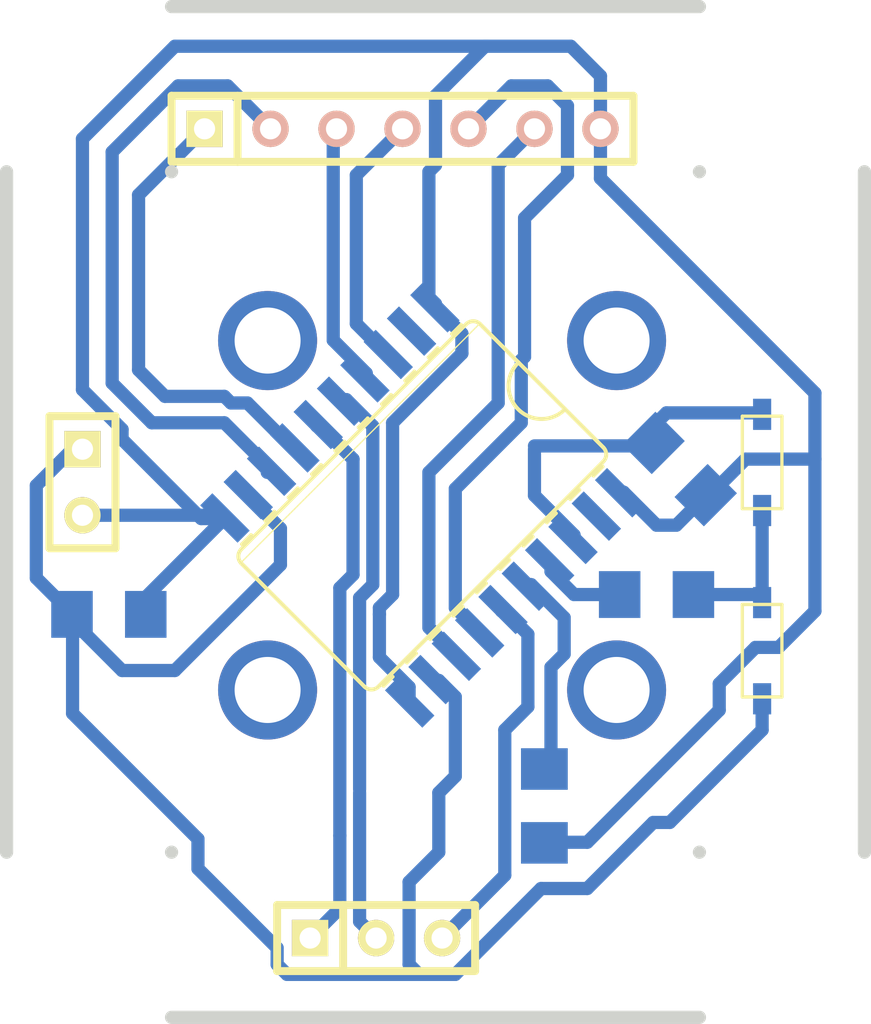
<source format=kicad_pcb>
(kicad_pcb (version 4) (host json2kicad_pcb "2020-10-05 03:44:26")

  (general
    (links 0)
    (no_connects 0)
    (area -9.4996 -24.257 49.53 14.605)
    (thickness 1.6002)
    (drawings 0)
    (tracks 168)
    (zones 0)
    (modules 11)
    (nets 113)
  )

  (page A3)
  (title_block
    (date "30 dec 2015")
  )

  (layers
  (0 B.Cu signal)
  (1 Inner1.Cu signal)
  (2 Inner2.Cu signal)
  (15 F.Cu signal)
  (20 B.SilkS user)
  (21 F.SilkS user)
  (22 B.Paste user)
  (23 F.Paste user)
  (24 Dwgs.User user)
  (25 Cmts.User user)
  (26 Eco1.User user)
  (27 Eco2.User user)
  (28 Edge.Cuts user)
  (31 B.Cu signal)
  (32 B.Adhes user)
  (33 F.Adhes user)
  (34 B.Paste user)
  (35 F.Paste user)
  (36 B.SilkS user)
  (37 F.SilkS user)
  (38 B.Mask user)
  (39 F.Mask user)
  (40 Dwgs.User user)
  (41 Cmts.User user)
  (42 Eco1.User user)
  (43 Eco2.User user)
  (44 Edge.Cuts user)
  )

  (setup
(last_trace_width 0.254)
    (trace_clearance 0.254)
    (zone_clearance 0.508)
    (zone_45_only no)
    (trace_min 0.254)
    (segment_width 0.2)
    (edge_width 0.1)
    (via_size 1.19888)
    (via_drill 0.635)
    (via_min_size 0.889)
    (via_min_drill 0.508)
    (uvia_size 0.508)
    (uvia_drill 0.127)
    (uvias_allowed no)
    (uvia_min_size 0.508)
    (uvia_min_drill 0.127)
    (pcb_text_width 0.3)
    (pcb_text_size 1.5 1.5)
    (mod_edge_width 0.15)
    (mod_text_size 1 1)
    (mod_text_width 0.15)
    (pad_size 1.5 1.5)
    (pad_drill 0.6)
    (pad_to_mask_clearance 0)
    (aux_axis_origin 0 0)
    (visible_elements 7FFFFFFF)
    (pcbplotparams
      (layerselection 0x00030_80000001)
      (usegerberextensions true)
      (excludeedgelayer true)
      (linewidth 0.150000)
      (plotframeref false)
      (viasonmask false)
      (mode 1)
      (useauxorigin false)
      (hpglpennumber 1)
      (hpglpenspeed 20)
      (hpglpendiameter 15)
      (hpglpenoverlay 2)
      (psnegative false)
      (psa4output false)
      (plotreference true)
      (plotvalue true)
      (plotinvisibletext false)
      (padsonsilk false)
      (subtractmaskfromsilk false)
      (outputformat 1)
      (mirror false)
      (drillshape 1)
      (scaleselection 1)
      (outputdirectory ""))
  )

  (net 0 "")
  (net 1 "N-00001")
  (net 2 "N-00002")
  (net 3 "N-00003")
  (net 4 "N-00004")
  (net 5 "N-00005")
  (net 6 "N-00006")
  (net 7 "N-00007")
  (net 8 "N-00008")
  (net 9 "N-00009")
  (net 10 "N-00010")
  (net 11 "N-00011")
  (net 12 "N-00012")
  (net 13 "N-00013")
  (net 14 "N-00014")
  (net 15 "N-00015")
  (net 16 "N-00016")
  (net 17 "N-00017")
  (net 18 "N-00018")
  (net 66 "N-00066")
  (net 50 "N-00050")
  (net 45 "N-00045")
  (net 46 "N-00046")
  (net 44 "N-00044")
  (net 51 "N-00051")
  (net 25 "N-00025")
  (net 26 "N-00026")
  (net 58 "N-00058")
  (net 28 "N-00028")
  (net 29 "N-00029")
  (net 30 "N-00030")
  (net 31 "N-00031")
  (net 32 "N-00032")
  (net 64 "N-00064")
  (net 57 "N-00057")
  (net 69 "N-00069")
  (net 71 "N-00071")
  (net 43 "N-00043")
  (net 65 "N-00065")
  (net 56 "N-00056")
  (net 67 "N-00067")
  (net 68 "N-00068")
  (net 69 "N-00069")
  (net 70 "N-00070")
  (net 71 "N-00071")
  (net 72 "N-00072")
  (net 73 "N-00073")
  (net 74 "N-00074")
  (net 75 "N-00075")
  (net 76 "N-00076")
  (net 77 "N-00077")
  (net 78 "N-00078")
  (net 79 "N-00079")
  (net 80 "N-00080")
  (net 81 "N-00081")
  (net 82 "N-00082")
  (net 83 "N-00083")
  (net 116 "N-00116")
  (net 85 "N-00085")
  (net 127 "N-00127")
  (net 122 "N-00122")
  (net 123 "N-00123")
  (net 89 "N-00089")
  (net 90 "N-00090")
  (net 91 "N-00091")
  (net 92 "N-00092")
  (net 93 "N-00093")
  (net 94 "N-00094")
  (net 95 "N-00095")
  (net 96 "N-00096")
  (net 97 "N-00097")
  (net 117 "N-00117")
  (net 126 "N-00126")
  (net 124 "N-00124")
  (net 125 "N-00125")
  (net 135 "N-00135")
  (net 103 "N-00103")
  (net 104 "N-00104")
  (net 105 "N-00105")
  (net 106 "N-00106")
  (net 121 "N-00121")
  (net 108 "N-00108")
  (net 109 "N-00109")
  (net 120 "N-00120")
  (net 119 "N-00119")
  (net 111 "N-00111")
  (net 169 "N-00169")
  (net 113 "N-00113")
  (net 113 "N-00113")
  (net 119 "N-00119")
  (net 138 "N-00138")
  (net 115 "N-00115")
  (net 157 "N-00157")
  (net 167 "N-00167")
  (net 163 "N-00163")
  (net 139 "N-00139")
  (net 140 "N-00140")
  (net 164 "N-00164")
  (net 158 "N-00158")
  (net 162 "N-00162")
  (net 159 "N-00159")
  (net 145 "N-00145")
  (net 146 "N-00146")
  (net 161 "N-00161")
  (net 148 "N-00148")
  (net 149 "N-00149")
  (net 150 "N-00150")
  (net 168 "N-00168")
  (net 166 "N-00166")
  (net 165 "N-00165")
  (net 156 "N-00156")
  (net 156 "N-00156")
  (net 157 "N-00157")

  (net_class Default "This is the default net class."
    (via_dia 1.19888)
    (via_drill 0.635)
    (uvia_drill 0.127)
    (trace_width 0.254)
    (uvia_dia 0.508)
    (clearance 0.254)
    (add_net "")
    (add_net "N-00001")
    (add_net "N-00002")
    (add_net "N-00003")
    (add_net "N-00004")
    (add_net "N-00005")
    (add_net "N-00006")
    (add_net "N-00007")
    (add_net "N-00008")
    (add_net "N-00009")
    (add_net "N-00010")
    (add_net "N-00011")
    (add_net "N-00012")
    (add_net "N-00013")
    (add_net "N-00014")
    (add_net "N-00015")
    (add_net "N-00016")
    (add_net "N-00017")
    (add_net "N-00018")
    (add_net "N-00135")
    (add_net "N-00165")
    (add_net "N-00025")
    (add_net "N-00026")
    (add_net "N-00138")
    (add_net "N-00028")
    (add_net "N-00029")
    (add_net "N-00030")
    (add_net "N-00031")
    (add_net "N-00032")
    (add_net "N-00025")
    (add_net "N-00026")
    (add_net "N-00167")
    (add_net "N-00043")
    (add_net "N-00044")
    (add_net "N-00045")
    (add_net "N-00046")
    (add_net "N-00161")
    (add_net "")
    (add_net "N-00050")
    (add_net "N-00051")
    (add_net "N-00004")
    (add_net "N-00056")
    (add_net "N-00008")
    (add_net "N-00058")
    (add_net "N-00163")
    (add_net "N-00064")
    (add_net "N-00065")
    (add_net "N-00066")
    (add_net "N-00067")
    (add_net "N-00068")
    (add_net "N-00069")
    (add_net "N-00070")
    (add_net "N-00071")
    (add_net "N-00072")
    (add_net "N-00073")
    (add_net "N-00074")
    (add_net "N-00075")
    (add_net "N-00076")
    (add_net "N-00077")
    (add_net "N-00078")
    (add_net "N-00079")
    (add_net "N-00080")
    (add_net "N-00081")
    (add_net "N-00082")
    (add_net "N-00083")
    (add_net "N-00124")
    (add_net "N-00085")
    (add_net "N-00126")
    (add_net "N-00127")
    (add_net "N-00089")
    (add_net "N-00090")
    (add_net "N-00091")
    (add_net "N-00092")
    (add_net "N-00093")
    (add_net "N-00094")
    (add_net "N-00095")
    (add_net "N-00096")
    (add_net "N-00097")
    (add_net "N-00058")
    (add_net "N-00103")
    (add_net "N-00104")
    (add_net "N-00105")
    (add_net "N-00057")
    (add_net "N-00056")
    (add_net "N-00051")
    (add_net "N-00050")
    (add_net "N-00111")
    (add_net "N-00113")
    (add_net "N-00115")
    (add_net "N-00116")
    (add_net "N-00117")
    (add_net "N-00119")
    (add_net "N-00120")
    (add_net "N-00121")
    (add_net "N-00122")
    (add_net "N-00123")
    (add_net "N-00124")
    (add_net "N-00125")
    (add_net "N-00126")
    (add_net "N-00127")
    (add_net "N-00164")
    (add_net "N-00135")
    (add_net "N-00108")
    (add_net "N-00138")
    (add_net "N-00139")
    (add_net "N-00140")
    (add_net "N-00109")
    (add_net "N-00115")
    (add_net "N-00145")
    (add_net "N-00117")
    (add_net "N-00116")
    (add_net "N-00111")
    (add_net "N-00149")
    (add_net "N-00113")
    (add_net "N-00082")
    (add_net "N-00083")
    (add_net "N-00080")
    (add_net "N-00081")
    (add_net "N-00119")
    (add_net "N-00157")
    (add_net "N-00158")
    (add_net "N-00085")
    (add_net "N-00161")
    (add_net "N-00162")
    (add_net "N-00163")
    (add_net "N-00164")
    (add_net "N-00165")
    (add_net "N-00166")
    (add_net "N-00167")
    (add_net "N-00168")
    (add_net "N-00169")
    (add_net "N-00003")
    (add_net "N-00007")
    (add_net "N-00166")
    (add_net "N-00108")
    (add_net "N-00109")
    (add_net "N-00103")
    (add_net "N-00106")
    (add_net "N-00104")
    (add_net "N-00105")
    (add_net "N-00139")
    (add_net "N-00032")
    (add_net "N-00031")
    (add_net "N-00030")
    (add_net "N-00028")
    (add_net "N-00029")
    (add_net "N-00064")
    (add_net "N-00065")
    (add_net "N-00066")
    (add_net "N-00067")
    (add_net "N-00068")
    (add_net "N-00069")
    (add_net "N-00002")
    (add_net "N-00162")
    (add_net "N-00006")
    (add_net "N-00106")
    (add_net "N-00168")
    (add_net "N-00169")
    (add_net "N-00057")
    (add_net "N-00091")
    (add_net "N-00090")
    (add_net "N-00093")
    (add_net "N-00092")
    (add_net "N-00095")
    (add_net "N-00094")
    (add_net "N-00097")
    (add_net "N-00096")
    (add_net "N-00011")
    (add_net "N-00010")
    (add_net "N-00013")
    (add_net "N-00012")
    (add_net "N-00015")
    (add_net "N-00014")
    (add_net "N-00017")
    (add_net "N-00016")
    (add_net "N-00018")
    (add_net "N-00146")
    (add_net "N-00089")
    (add_net "N-00148")
    (add_net "N-00150")
    (add_net "N-00150")
    (add_net "N-00157")
    (add_net "N-00156")
    (add_net "N-00159")
    (add_net "N-00158")
    (add_net "N-00046")
    (add_net "N-00156")
    (add_net "N-00044")
    (add_net "N-00045")
    (add_net "N-00043")
    (add_net "N-00001")
    (add_net "N-00005")
    (add_net "N-00009")
    (add_net "N-00159")
    (add_net "N-00146")
    (add_net "N-00145")
    (add_net "N-00140")
    (add_net "N-00148")
    (add_net "N-00149")
    (add_net "N-00077")
    (add_net "N-00076")
    (add_net "N-00075")
    (add_net "N-00074")
    (add_net "N-00073")
    (add_net "N-00072")
    (add_net "N-00071")
    (add_net "N-00070")
    (add_net "N-00079")
    (add_net "N-00078")
    (add_net "N-00120")
    (add_net "N-00121")
    (add_net "N-00122")
    (add_net "N-00123")
    (add_net "N-00125")
  )
  (module "SO20W"
    (layer "F.Cu")
    (tedit 0)
    (tstamp 0)
    (at 32.512 -5.08 -135.00)
    (fp_text reference "U0"
      (at -0.254 0.0 0.00)
      (layer Eco1.User)
      (effects (font (size 1.27 0.0)
        (thickness 0.0)))
    )
    (fp_text value "l6234"
      (at 2.413 0.0 0.00)
      (layer Eco1.User)
      (effects (font (size 1.27 0.0)
        (thickness 0.0)))
    )
    (fp_line (start 6.1214 -3.7338) (end -6.1214 -3.7338) (layer F.SilkS) (width 0.1524))
    (fp_arc (start 6.1214 3.3528) (end 6.1214 3.7338) (angle -90.00) (layer F.SilkS) (width 0.1524))
    (fp_arc (start -6.1214 -3.3528) (end -6.5024 -3.3528) (angle 90.00) (layer F.SilkS) (width 0.1524))
    (fp_arc (start 6.1214 -3.3528) (end 6.1214 -3.7338) (angle 90.00) (layer F.SilkS) (width 0.1524))
    (fp_arc (start -6.1214 3.3528) (end -6.5024 3.3528) (angle -90.00) (layer F.SilkS) (width 0.1524))
    (fp_line (start -6.1214 3.7338) (end 6.1214 3.7338) (layer F.SilkS) (width 0.1524))
    (fp_line (start 6.5024 3.3528) (end 6.5024 -3.3528) (layer F.SilkS) (width 0.1524))
    (fp_line (start -6.5024 -3.3528) (end -6.5024 -1.27) (layer F.SilkS) (width 0.1524))
    (fp_line (start -6.5024 -1.27) (end -6.5024 1.27) (layer F.SilkS) (width 0.1524))
    (fp_line (start -6.5024 1.27) (end -6.5024 3.3528) (layer F.SilkS) (width 0.1524))
    (fp_line (start -6.477 3.3782) (end 6.477 3.3782) (layer F.SilkS) (width 0.0508))
    (fp_arc (start -6.5024 0.0) (end -6.5024 -1.27) (angle 180.00) (layer F.SilkS) (width 0.1524))
    (fp_line (start -5.969 3.8608) (end -5.461 3.8608) (layer F.SilkS) (width 0.127))
    (fp_line (start -5.461 3.8608) (end -5.461 3.7338) (layer F.SilkS) (width 0.127))
    (fp_line (start -5.461 3.7338) (end -5.969 3.7338) (layer F.SilkS) (width 0.127))
    (fp_line (start -5.969 3.7338) (end -5.969 3.8608) (layer F.SilkS) (width 0.127))
    (fp_line (start -5.969 5.334) (end -5.461 5.334) (layer Cmts.User) (width 0.127))
    (fp_line (start -5.461 5.334) (end -5.461 3.8608) (layer Cmts.User) (width 0.127))
    (fp_line (start -5.461 3.8608) (end -5.969 3.8608) (layer Cmts.User) (width 0.127))
    (fp_line (start -5.969 3.8608) (end -5.969 5.334) (layer Cmts.User) (width 0.127))
    (fp_line (start -4.699 3.8608) (end -4.191 3.8608) (layer F.SilkS) (width 0.127))
    (fp_line (start -4.191 3.8608) (end -4.191 3.7338) (layer F.SilkS) (width 0.127))
    (fp_line (start -4.191 3.7338) (end -4.699 3.7338) (layer F.SilkS) (width 0.127))
    (fp_line (start -4.699 3.7338) (end -4.699 3.8608) (layer F.SilkS) (width 0.127))
    (fp_line (start -4.699 5.334) (end -4.191 5.334) (layer Cmts.User) (width 0.127))
    (fp_line (start -4.191 5.334) (end -4.191 3.8608) (layer Cmts.User) (width 0.127))
    (fp_line (start -4.191 3.8608) (end -4.699 3.8608) (layer Cmts.User) (width 0.127))
    (fp_line (start -4.699 3.8608) (end -4.699 5.334) (layer Cmts.User) (width 0.127))
    (fp_line (start -3.429 3.8608) (end -2.921 3.8608) (layer F.SilkS) (width 0.127))
    (fp_line (start -2.921 3.8608) (end -2.921 3.7338) (layer F.SilkS) (width 0.127))
    (fp_line (start -2.921 3.7338) (end -3.429 3.7338) (layer F.SilkS) (width 0.127))
    (fp_line (start -3.429 3.7338) (end -3.429 3.8608) (layer F.SilkS) (width 0.127))
    (fp_line (start -3.429 5.334) (end -2.921 5.334) (layer Cmts.User) (width 0.127))
    (fp_line (start -2.921 5.334) (end -2.921 3.8608) (layer Cmts.User) (width 0.127))
    (fp_line (start -2.921 3.8608) (end -3.429 3.8608) (layer Cmts.User) (width 0.127))
    (fp_line (start -3.429 3.8608) (end -3.429 5.334) (layer Cmts.User) (width 0.127))
    (fp_line (start -2.159 3.8608) (end -1.651 3.8608) (layer F.SilkS) (width 0.127))
    (fp_line (start -1.651 3.8608) (end -1.651 3.7338) (layer F.SilkS) (width 0.127))
    (fp_line (start -1.651 3.7338) (end -2.159 3.7338) (layer F.SilkS) (width 0.127))
    (fp_line (start -2.159 3.7338) (end -2.159 3.8608) (layer F.SilkS) (width 0.127))
    (fp_line (start -2.159 5.334) (end -1.651 5.334) (layer Cmts.User) (width 0.127))
    (fp_line (start -1.651 5.334) (end -1.651 3.8608) (layer Cmts.User) (width 0.127))
    (fp_line (start -1.651 3.8608) (end -2.159 3.8608) (layer Cmts.User) (width 0.127))
    (fp_line (start -2.159 3.8608) (end -2.159 5.334) (layer Cmts.User) (width 0.127))
    (fp_line (start -0.889 5.334) (end -0.381 5.334) (layer Cmts.User) (width 0.127))
    (fp_line (start -0.381 5.334) (end -0.381 3.8608) (layer Cmts.User) (width 0.127))
    (fp_line (start -0.381 3.8608) (end -0.889 3.8608) (layer Cmts.User) (width 0.127))
    (fp_line (start -0.889 3.8608) (end -0.889 5.334) (layer Cmts.User) (width 0.127))
    (fp_line (start -0.889 3.8608) (end -0.381 3.8608) (layer F.SilkS) (width 0.127))
    (fp_line (start -0.381 3.8608) (end -0.381 3.7338) (layer F.SilkS) (width 0.127))
    (fp_line (start -0.381 3.7338) (end -0.889 3.7338) (layer F.SilkS) (width 0.127))
    (fp_line (start -0.889 3.7338) (end -0.889 3.8608) (layer F.SilkS) (width 0.127))
    (fp_line (start 0.381 3.8608) (end 0.889 3.8608) (layer F.SilkS) (width 0.127))
    (fp_line (start 0.889 3.8608) (end 0.889 3.7338) (layer F.SilkS) (width 0.127))
    (fp_line (start 0.889 3.7338) (end 0.381 3.7338) (layer F.SilkS) (width 0.127))
    (fp_line (start 0.381 3.7338) (end 0.381 3.8608) (layer F.SilkS) (width 0.127))
    (fp_line (start 0.381 5.334) (end 0.889 5.334) (layer Cmts.User) (width 0.127))
    (fp_line (start 0.889 5.334) (end 0.889 3.8608) (layer Cmts.User) (width 0.127))
    (fp_line (start 0.889 3.8608) (end 0.381 3.8608) (layer Cmts.User) (width 0.127))
    (fp_line (start 0.381 3.8608) (end 0.381 5.334) (layer Cmts.User) (width 0.127))
    (fp_line (start 1.651 3.8608) (end 2.159 3.8608) (layer F.SilkS) (width 0.127))
    (fp_line (start 2.159 3.8608) (end 2.159 3.7338) (layer F.SilkS) (width 0.127))
    (fp_line (start 2.159 3.7338) (end 1.651 3.7338) (layer F.SilkS) (width 0.127))
    (fp_line (start 1.651 3.7338) (end 1.651 3.8608) (layer F.SilkS) (width 0.127))
    (fp_line (start 1.651 5.334) (end 2.159 5.334) (layer Cmts.User) (width 0.127))
    (fp_line (start 2.159 5.334) (end 2.159 3.8608) (layer Cmts.User) (width 0.127))
    (fp_line (start 2.159 3.8608) (end 1.651 3.8608) (layer Cmts.User) (width 0.127))
    (fp_line (start 1.651 3.8608) (end 1.651 5.334) (layer Cmts.User) (width 0.127))
    (fp_line (start 2.921 3.8608) (end 3.429 3.8608) (layer F.SilkS) (width 0.127))
    (fp_line (start 3.429 3.8608) (end 3.429 3.7338) (layer F.SilkS) (width 0.127))
    (fp_line (start 3.429 3.7338) (end 2.921 3.7338) (layer F.SilkS) (width 0.127))
    (fp_line (start 2.921 3.7338) (end 2.921 3.8608) (layer F.SilkS) (width 0.127))
    (fp_line (start 2.921 5.334) (end 3.429 5.334) (layer Cmts.User) (width 0.127))
    (fp_line (start 3.429 5.334) (end 3.429 3.8608) (layer Cmts.User) (width 0.127))
    (fp_line (start 3.429 3.8608) (end 2.921 3.8608) (layer Cmts.User) (width 0.127))
    (fp_line (start 2.921 3.8608) (end 2.921 5.334) (layer Cmts.User) (width 0.127))
    (fp_line (start -5.969 -3.8608) (end -5.461 -3.8608) (layer Cmts.User) (width 0.127))
    (fp_line (start -5.461 -3.8608) (end -5.461 -5.334) (layer Cmts.User) (width 0.127))
    (fp_line (start -5.461 -5.334) (end -5.969 -5.334) (layer Cmts.User) (width 0.127))
    (fp_line (start -5.969 -5.334) (end -5.969 -3.8608) (layer Cmts.User) (width 0.127))
    (fp_line (start -5.969 -3.7338) (end -5.461 -3.7338) (layer F.SilkS) (width 0.127))
    (fp_line (start -5.461 -3.7338) (end -5.461 -3.8608) (layer F.SilkS) (width 0.127))
    (fp_line (start -5.461 -3.8608) (end -5.969 -3.8608) (layer F.SilkS) (width 0.127))
    (fp_line (start -5.969 -3.8608) (end -5.969 -3.7338) (layer F.SilkS) (width 0.127))
    (fp_line (start -4.699 -3.7338) (end -4.191 -3.7338) (layer F.SilkS) (width 0.127))
    (fp_line (start -4.191 -3.7338) (end -4.191 -3.8608) (layer F.SilkS) (width 0.127))
    (fp_line (start -4.191 -3.8608) (end -4.699 -3.8608) (layer F.SilkS) (width 0.127))
    (fp_line (start -4.699 -3.8608) (end -4.699 -3.7338) (layer F.SilkS) (width 0.127))
    (fp_line (start -4.699 -3.8608) (end -4.191 -3.8608) (layer Cmts.User) (width 0.127))
    (fp_line (start -4.191 -3.8608) (end -4.191 -5.334) (layer Cmts.User) (width 0.127))
    (fp_line (start -4.191 -5.334) (end -4.699 -5.334) (layer Cmts.User) (width 0.127))
    (fp_line (start -4.699 -5.334) (end -4.699 -3.8608) (layer Cmts.User) (width 0.127))
    (fp_line (start -3.429 -3.7338) (end -2.921 -3.7338) (layer F.SilkS) (width 0.127))
    (fp_line (start -2.921 -3.7338) (end -2.921 -3.8608) (layer F.SilkS) (width 0.127))
    (fp_line (start -2.921 -3.8608) (end -3.429 -3.8608) (layer F.SilkS) (width 0.127))
    (fp_line (start -3.429 -3.8608) (end -3.429 -3.7338) (layer F.SilkS) (width 0.127))
    (fp_line (start -3.429 -3.8608) (end -2.921 -3.8608) (layer Cmts.User) (width 0.127))
    (fp_line (start -2.921 -3.8608) (end -2.921 -5.334) (layer Cmts.User) (width 0.127))
    (fp_line (start -2.921 -5.334) (end -3.429 -5.334) (layer Cmts.User) (width 0.127))
    (fp_line (start -3.429 -5.334) (end -3.429 -3.8608) (layer Cmts.User) (width 0.127))
    (fp_line (start -2.159 -3.7338) (end -1.651 -3.7338) (layer F.SilkS) (width 0.127))
    (fp_line (start -1.651 -3.7338) (end -1.651 -3.8608) (layer F.SilkS) (width 0.127))
    (fp_line (start -1.651 -3.8608) (end -2.159 -3.8608) (layer F.SilkS) (width 0.127))
    (fp_line (start -2.159 -3.8608) (end -2.159 -3.7338) (layer F.SilkS) (width 0.127))
    (fp_line (start -2.159 -3.8608) (end -1.651 -3.8608) (layer Cmts.User) (width 0.127))
    (fp_line (start -1.651 -3.8608) (end -1.651 -5.334) (layer Cmts.User) (width 0.127))
    (fp_line (start -1.651 -5.334) (end -2.159 -5.334) (layer Cmts.User) (width 0.127))
    (fp_line (start -2.159 -5.334) (end -2.159 -3.8608) (layer Cmts.User) (width 0.127))
    (fp_line (start -0.889 -3.7338) (end -0.381 -3.7338) (layer F.SilkS) (width 0.127))
    (fp_line (start -0.381 -3.7338) (end -0.381 -3.8608) (layer F.SilkS) (width 0.127))
    (fp_line (start -0.381 -3.8608) (end -0.889 -3.8608) (layer F.SilkS) (width 0.127))
    (fp_line (start -0.889 -3.8608) (end -0.889 -3.7338) (layer F.SilkS) (width 0.127))
    (fp_line (start -0.889 -3.8608) (end -0.381 -3.8608) (layer Cmts.User) (width 0.127))
    (fp_line (start -0.381 -3.8608) (end -0.381 -5.334) (layer Cmts.User) (width 0.127))
    (fp_line (start -0.381 -5.334) (end -0.889 -5.334) (layer Cmts.User) (width 0.127))
    (fp_line (start -0.889 -5.334) (end -0.889 -3.8608) (layer Cmts.User) (width 0.127))
    (fp_line (start 0.381 -3.7338) (end 0.889 -3.7338) (layer F.SilkS) (width 0.127))
    (fp_line (start 0.889 -3.7338) (end 0.889 -3.8608) (layer F.SilkS) (width 0.127))
    (fp_line (start 0.889 -3.8608) (end 0.381 -3.8608) (layer F.SilkS) (width 0.127))
    (fp_line (start 0.381 -3.8608) (end 0.381 -3.7338) (layer F.SilkS) (width 0.127))
    (fp_line (start 0.381 -3.8608) (end 0.889 -3.8608) (layer Cmts.User) (width 0.127))
    (fp_line (start 0.889 -3.8608) (end 0.889 -5.334) (layer Cmts.User) (width 0.127))
    (fp_line (start 0.889 -5.334) (end 0.381 -5.334) (layer Cmts.User) (width 0.127))
    (fp_line (start 0.381 -5.334) (end 0.381 -3.8608) (layer Cmts.User) (width 0.127))
    (fp_line (start 1.651 -3.7338) (end 2.159 -3.7338) (layer F.SilkS) (width 0.127))
    (fp_line (start 2.159 -3.7338) (end 2.159 -3.8608) (layer F.SilkS) (width 0.127))
    (fp_line (start 2.159 -3.8608) (end 1.651 -3.8608) (layer F.SilkS) (width 0.127))
    (fp_line (start 1.651 -3.8608) (end 1.651 -3.7338) (layer F.SilkS) (width 0.127))
    (fp_line (start 1.651 -3.8608) (end 2.159 -3.8608) (layer Cmts.User) (width 0.127))
    (fp_line (start 2.159 -3.8608) (end 2.159 -5.334) (layer Cmts.User) (width 0.127))
    (fp_line (start 2.159 -5.334) (end 1.651 -5.334) (layer Cmts.User) (width 0.127))
    (fp_line (start 1.651 -5.334) (end 1.651 -3.8608) (layer Cmts.User) (width 0.127))
    (fp_line (start 2.921 -3.7338) (end 3.429 -3.7338) (layer F.SilkS) (width 0.127))
    (fp_line (start 3.429 -3.7338) (end 3.429 -3.8608) (layer F.SilkS) (width 0.127))
    (fp_line (start 3.429 -3.8608) (end 2.921 -3.8608) (layer F.SilkS) (width 0.127))
    (fp_line (start 2.921 -3.8608) (end 2.921 -3.7338) (layer F.SilkS) (width 0.127))
    (fp_line (start 2.921 -3.8608) (end 3.429 -3.8608) (layer Cmts.User) (width 0.127))
    (fp_line (start 3.429 -3.8608) (end 3.429 -5.334) (layer Cmts.User) (width 0.127))
    (fp_line (start 3.429 -5.334) (end 2.921 -5.334) (layer Cmts.User) (width 0.127))
    (fp_line (start 2.921 -5.334) (end 2.921 -3.8608) (layer Cmts.User) (width 0.127))
    (fp_line (start 4.191 -3.7338) (end 4.699 -3.7338) (layer F.SilkS) (width 0.127))
    (fp_line (start 4.699 -3.7338) (end 4.699 -3.8608) (layer F.SilkS) (width 0.127))
    (fp_line (start 4.699 -3.8608) (end 4.191 -3.8608) (layer F.SilkS) (width 0.127))
    (fp_line (start 4.191 -3.8608) (end 4.191 -3.7338) (layer F.SilkS) (width 0.127))
    (fp_line (start 5.461 -3.7338) (end 5.969 -3.7338) (layer F.SilkS) (width 0.127))
    (fp_line (start 5.969 -3.7338) (end 5.969 -3.8608) (layer F.SilkS) (width 0.127))
    (fp_line (start 5.969 -3.8608) (end 5.461 -3.8608) (layer F.SilkS) (width 0.127))
    (fp_line (start 5.461 -3.8608) (end 5.461 -3.7338) (layer F.SilkS) (width 0.127))
    (fp_line (start 4.191 -3.8608) (end 4.699 -3.8608) (layer Cmts.User) (width 0.127))
    (fp_line (start 4.699 -3.8608) (end 4.699 -5.334) (layer Cmts.User) (width 0.127))
    (fp_line (start 4.699 -5.334) (end 4.191 -5.334) (layer Cmts.User) (width 0.127))
    (fp_line (start 4.191 -5.334) (end 4.191 -3.8608) (layer Cmts.User) (width 0.127))
    (fp_line (start 5.461 -3.8608) (end 5.969 -3.8608) (layer Cmts.User) (width 0.127))
    (fp_line (start 5.969 -3.8608) (end 5.969 -5.334) (layer Cmts.User) (width 0.127))
    (fp_line (start 5.969 -5.334) (end 5.461 -5.334) (layer Cmts.User) (width 0.127))
    (fp_line (start 5.461 -5.334) (end 5.461 -3.8608) (layer Cmts.User) (width 0.127))
    (fp_line (start 4.191 3.8608) (end 4.699 3.8608) (layer F.SilkS) (width 0.127))
    (fp_line (start 4.699 3.8608) (end 4.699 3.7338) (layer F.SilkS) (width 0.127))
    (fp_line (start 4.699 3.7338) (end 4.191 3.7338) (layer F.SilkS) (width 0.127))
    (fp_line (start 4.191 3.7338) (end 4.191 3.8608) (layer F.SilkS) (width 0.127))
    (fp_line (start 5.461 3.8608) (end 5.969 3.8608) (layer F.SilkS) (width 0.127))
    (fp_line (start 5.969 3.8608) (end 5.969 3.7338) (layer F.SilkS) (width 0.127))
    (fp_line (start 5.969 3.7338) (end 5.461 3.7338) (layer F.SilkS) (width 0.127))
    (fp_line (start 5.461 3.7338) (end 5.461 3.8608) (layer F.SilkS) (width 0.127))
    (fp_line (start 4.191 5.334) (end 4.699 5.334) (layer Cmts.User) (width 0.127))
    (fp_line (start 4.699 5.334) (end 4.699 3.8608) (layer Cmts.User) (width 0.127))
    (fp_line (start 4.699 3.8608) (end 4.191 3.8608) (layer Cmts.User) (width 0.127))
    (fp_line (start 4.191 3.8608) (end 4.191 5.334) (layer Cmts.User) (width 0.127))
    (fp_line (start 5.461 5.334) (end 5.969 5.334) (layer Cmts.User) (width 0.127))
    (fp_line (start 5.969 5.334) (end 5.969 3.8608) (layer Cmts.User) (width 0.127))
    (fp_line (start 5.969 3.8608) (end 5.461 3.8608) (layer Cmts.User) (width 0.127))
    (fp_line (start 5.461 3.8608) (end 5.461 5.334) (layer Cmts.User) (width 0.127))
    (pad 1 smd rect (at -5.715 5.0292 -135.00) (size 0.6604 2.032) (drill 0.0) (layers "F.Cu" "F.Paste") (net 69 N-00069))
    (pad 2 smd rect (at -4.445 5.0292 -135.00) (size 0.6604 2.032) (drill 0.0) (layers "F.Cu" "F.Paste") (net 70 N-00070))
    (pad 3 smd rect (at -3.175 5.0292 -135.00) (size 0.6604 2.032) (drill 0.0) (layers "F.Cu" "F.Paste") (net 71 N-00071))
    (pad 4 smd rect (at -1.905 5.0292 -135.00) (size 0.6604 2.032) (drill 0.0) (layers "F.Cu" "F.Paste") (net 72 N-00072))
    (pad 5 smd rect (at -0.635 5.0292 -135.00) (size 0.6604 2.032) (drill 0.0) (layers "F.Cu" "F.Paste") (net 73 N-00073))
    (pad 6 smd rect (at 0.635 5.0292 -135.00) (size 0.6604 2.032) (drill 0.0) (layers "F.Cu" "F.Paste") (net 74 N-00074))
    (pad 7 smd rect (at 1.905 5.0292 -135.00) (size 0.6604 2.032) (drill 0.0) (layers "F.Cu" "F.Paste") (net 75 N-00075))
    (pad 8 smd rect (at 3.175 5.0292 -135.00) (size 0.6604 2.032) (drill 0.0) (layers "F.Cu" "F.Paste") (net 76 N-00076))
    (pad 13 smd rect (at 3.175 -5.0292 -135.00) (size 0.6604 2.032) (drill 0.0) (layers "F.Cu" "F.Paste") (net 77 N-00077))
    (pad 14 smd rect (at 1.905 -5.0292 -135.00) (size 0.6604 2.032) (drill 0.0) (layers "F.Cu" "F.Paste") (net 78 N-00078))
    (pad 15 smd rect (at 0.635 -5.0292 -135.00) (size 0.6604 2.032) (drill 0.0) (layers "F.Cu" "F.Paste") (net 79 N-00079))
    (pad 16 smd rect (at -0.635 -5.0292 -135.00) (size 0.6604 2.032) (drill 0.0) (layers "F.Cu" "F.Paste") (net 80 N-00080))
    (pad 17 smd rect (at -1.905 -5.0292 -135.00) (size 0.6604 2.032) (drill 0.0) (layers "F.Cu" "F.Paste") (net 81 N-00081))
    (pad 18 smd rect (at -3.175 -5.0292 -135.00) (size 0.6604 2.032) (drill 0.0) (layers "F.Cu" "F.Paste") (net 82 N-00082))
    (pad 19 smd rect (at -4.445 -5.0292 -135.00) (size 0.6604 2.032) (drill 0.0) (layers "F.Cu" "F.Paste") (net 83 N-00083))
    (pad 20 smd rect (at -5.715 -5.0292 -135.00) (size 0.6604 2.032) (drill 0.0) (layers "F.Cu" "F.Paste") (net 85 N-00085))
    (pad 9 smd rect (at 4.445 5.0292 -135.00) (size 0.6604 2.032) (drill 0.0) (layers "F.Cu" "F.Paste") (net 85 N-00085))
    (pad 10 smd rect (at 5.715 5.0292 -135.00) (size 0.6604 2.032) (drill 0.0) (layers "F.Cu" "F.Paste") (net 163 N-00163))
    (pad 12 smd rect (at 4.445 -5.0292 -135.00) (size 0.6604 2.032) (drill 0.0) (layers "F.Cu" "F.Paste") (net 74 N-00074))
    (pad 11 smd rect (at 5.715 -5.0292 -135.00) (size 0.6604 2.032) (drill 0.0) (layers "F.Cu" "F.Paste") (net 69 N-00069))
  )

  (module "SIL-7"
    (layer "F.Cu")
    (tedit 0)
    (tstamp 0)
    (at 31.75 -19.558 0.00)
    (fp_text reference "in_en_g"
      (at -2.54 0.0 0.00)
      (layer F.SilkS)
      (effects (font (size 1.08712 0.0)
        (thickness 0.0)))
    )
    (fp_text value "Val**"
      (at -2.54 0.0 0.00)
      (layer F.SilkS)
      (effects (font (size 1.016 0.0)
        (thickness 0.0)))
    )
    (fp_line (start -8.89 -1.27) (end -8.89 -1.27) (layer F.SilkS) (width 0.3048))
    (fp_line (start -8.89 -1.27) (end 8.89 -1.27) (layer F.SilkS) (width 0.3048))
    (fp_line (start 8.89 -1.27) (end 8.89 1.27) (layer F.SilkS) (width 0.3048))
    (fp_line (start 8.89 1.27) (end -8.89 1.27) (layer F.SilkS) (width 0.3048))
    (fp_line (start -8.89 1.27) (end -8.89 -1.27) (layer F.SilkS) (width 0.3048))
    (fp_line (start -6.35 1.27) (end -6.35 1.27) (layer F.SilkS) (width 0.3048))
    (fp_line (start -6.35 1.27) (end -6.35 -1.27) (layer F.SilkS) (width 0.3048))
    (pad 1 thru_hole rect (at -7.62 0.0 0.00) (size 1.397 1.397) (drill 0.8128) (layers "B.Cu" "Inner1.Cu" "Inner2.Cu" "F.Cu" "F.SilkS" "B.Paste" "F.Paste") (net 157 N-00157))
    (pad 2 thru_hole circle (at -5.08 0.0 0.00) (size 1.397 1.397) (drill 0.8128) (layers "B.Cu" "Inner1.Cu" "Inner2.Cu" "F.Cu" "B.SilkS" "F.SilkS" "B.Paste" "F.Paste") (net 76 N-00076))
    (pad 3 thru_hole circle (at -2.54 0.0 0.00) (size 1.397 1.397) (drill 0.8128) (layers "B.Cu" "Inner1.Cu" "Inner2.Cu" "F.Cu" "B.SilkS" "F.SilkS" "B.Paste" "F.Paste") (net 75 N-00075))
    (pad 4 thru_hole circle (at 0.0 0.0 0.00) (size 1.397 1.397) (drill 0.8128) (layers "B.Cu" "Inner1.Cu" "Inner2.Cu" "F.Cu" "B.SilkS" "F.SilkS" "B.Paste" "F.Paste") (net 71 N-00071))
    (pad 5 thru_hole circle (at 2.54 0.0 0.00) (size 1.397 1.397) (drill 0.8128) (layers "B.Cu" "Inner1.Cu" "Inner2.Cu" "F.Cu" "B.SilkS" "F.SilkS" "B.Paste" "F.Paste") (net 168 N-00168))
    (pad 6 thru_hole circle (at 5.08 0.0 0.00) (size 1.397 1.397) (drill 0.8128) (layers "B.Cu" "Inner1.Cu" "Inner2.Cu" "F.Cu" "B.SilkS" "F.SilkS" "B.Paste" "F.Paste") (net 77 N-00077))
    (pad 7 thru_hole circle (at 7.62 0.0 0.00) (size 1.397 1.397) (drill 0.8128) (layers "B.Cu" "Inner1.Cu" "Inner2.Cu" "F.Cu" "B.SilkS" "F.SilkS" "B.Paste" "F.Paste") (net 69 N-00069))
  )

  (segment (start 45.339 0.381) (end 46.228 0.381) (width 0.508) (layer F.Cu) (net 69))
  (module "SOD-123"
    (layer "F.Cu")
    (tedit 0)
    (tstamp 0)
    (at 45.593 -6.731 -90.00)
    (fp_text reference "D1"
      (at -0.79502 0.0 0.00)
      (layer Eco1.User)
      (effects (font (size 0.4064 0.0)
        (thickness 0.0)))
    )
    (fp_text value "1n4148"
      (at 1.4859 0.0 0.00)
      (layer Eco1.User)
      (effects (font (size 0.4064 0.0)
        (thickness 0.0)))
    )
    (fp_line (start -0.99822 -0.6985) (end 0.99822 -0.6985) (layer Cmts.User) (width 0.1524))
    (fp_line (start 0.99822 -0.6985) (end 0.99822 0.6985) (layer Cmts.User) (width 0.1524))
    (fp_line (start 0.99822 0.6985) (end -0.99822 0.6985) (layer Cmts.User) (width 0.1524))
    (fp_line (start -0.99822 0.6985) (end -0.99822 -0.6985) (layer Cmts.User) (width 0.1524))
    (fp_line (start -0.49784 0.0) (end 0.09906 -0.39878) (layer Cmts.User) (width 0.1524))
    (fp_line (start 0.09906 -0.39878) (end 0.09906 0.39878) (layer Cmts.User) (width 0.1524))
    (fp_line (start 0.09906 0.39878) (end -0.49784 0.0) (layer Cmts.User) (width 0.1524))
    (fp_line (start -1.778 -0.762) (end 1.778 -0.762) (layer F.SilkS) (width 0.127))
    (fp_line (start 1.778 -0.762) (end 1.778 0.762) (layer F.SilkS) (width 0.127))
    (fp_line (start 1.778 0.762) (end -1.778 0.762) (layer F.SilkS) (width 0.127))
    (fp_line (start -1.778 0.762) (end -1.778 -0.762) (layer F.SilkS) (width 0.127))
    (fp_line (start -0.6985 0.6985) (end -0.49784 0.6985) (layer Cmts.User) (width 0.127))
    (fp_line (start -0.49784 0.6985) (end -0.49784 -0.6985) (layer Cmts.User) (width 0.127))
    (fp_line (start -0.49784 -0.6985) (end -0.6985 -0.6985) (layer Cmts.User) (width 0.127))
    (fp_line (start -0.6985 -0.6985) (end -0.6985 0.6985) (layer Cmts.User) (width 0.127))
    (pad C smd rect (at -1.84912 0.0 -90.00) (size 1.19888 0.6985) (drill 0.0) (layers "F.Cu" "F.Paste") (net 166 N-00166))
    (pad A smd rect (at 1.84912 0.0 -90.00) (size 1.19888 0.6985) (drill 0.0) (layers "F.Cu" "F.Paste") (net 116 N-00116))
  )

  (module "meow_gopro_bot_screw"
    (layer "F.Cu")
    (tedit 0)
    (tstamp 0)
    (at 33.274 -4.699 45.00)
    (fp_text reference ""
      (at 0.0 0.0 0.00)
      (layer F.SilkS)
      (effects (font (size 0.0 0.0)
        (thickness 0.0)))
    )
    (fp_text reference "screw"
      (at 0.0 0.0 0.00)
      (layer F.SilkS)
      (effects (font (size 0.0 0.0)
        (thickness 0.0)))
    )
    (pad S0 thru_hole oval (at 0.0 9.4996 45.00) (size 3.81 3.81) (drill 2.54) (layers "B.Cu" "Inner1.Cu" "Inner2.Cu" "F.Cu" "B.Paste" "F.Paste") (net 156 N-00156))
    (pad S1 thru_hole oval (at 9.4996 0.0 45.00) (size 3.81 3.81) (drill 2.54) (layers "B.Cu" "Inner1.Cu" "Inner2.Cu" "F.Cu" "B.Paste" "F.Paste") (net 161 N-00161))
    (pad S2 thru_hole oval (at 0.0 -9.4996 45.00) (size 3.81 3.81) (drill 2.54) (layers "B.Cu" "Inner1.Cu" "Inner2.Cu" "F.Cu" "B.Paste" "F.Paste") (net 158 N-00158))
    (pad S3 thru_hole oval (at -9.4996 0.0 45.00) (size 3.81 3.81) (drill 2.54) (layers "B.Cu" "Inner1.Cu" "Inner2.Cu" "F.Cu" "B.Paste" "F.Paste") (net 159 N-00159))
  )

  (module "SIL-2"
    (layer "F.Cu")
    (tedit 0)
    (tstamp 0)
    (at 19.431 -5.969 -90.00)
    (fp_text reference "motpwr"
      (at -2.54 0.0 0.00)
      (layer F.SilkS)
      (effects (font (size 1.08712 0.0)
        (thickness 0.0)))
    )
    (fp_text value "Val**"
      (at -2.54 0.0 0.00)
      (layer F.SilkS)
      (effects (font (size 1.016 0.0)
        (thickness 0.0)))
    )
    (fp_line (start -2.54 1.27) (end -2.54 -1.27) (layer F.SilkS) (width 0.3048))
    (fp_line (start -2.54 -1.27) (end 2.54 -1.27) (layer F.SilkS) (width 0.3048))
    (fp_line (start 2.54 -1.27) (end 2.54 1.27) (layer F.SilkS) (width 0.3048))
    (fp_line (start 2.54 1.27) (end -2.54 1.27) (layer F.SilkS) (width 0.3048))
    (pad 1 thru_hole rect (at -1.27 0.0 -90.00) (size 1.397 1.397) (drill 0.8128) (layers "B.Cu" "Inner1.Cu" "Inner2.Cu" "F.Cu" "F.SilkS" "B.Paste" "F.Paste") (net 119 N-00119))
    (pad 2 thru_hole circle (at 1.27 0.0 -90.00) (size 1.397 1.397) (drill 0.8128) (layers "B.Cu" "Inner1.Cu" "Inner2.Cu" "F.Cu" "F.SilkS" "B.Paste" "F.Paste") (net 163 N-00163))
  )

  (module "C1206"
    (layer "F.Cu")
    (tedit 0)
    (tstamp 0)
    (at 41.529 -1.651 180.00)
    (fp_text reference "C2"
      (at -0.635 0.0 0.00)
      (layer Eco1.User)
      (effects (font (size 1.27 0.0)
        (thickness 0.0)))
    )
    (fp_text value "10nf"
      (at 3.175 0.0 0.00)
      (layer Eco1.User)
      (effects (font (size 1.27 0.0)
        (thickness 0.0)))
    )
    (fp_line (start 0.9525 0.8128) (end -0.9652 0.8128) (layer Cmts.User) (width 0.1524))
    (fp_line (start 0.9525 -0.8128) (end -0.9652 -0.8128) (layer Cmts.User) (width 0.1524))
    (fp_line (start -1.6891 0.8763) (end -0.9525 0.8763) (layer Cmts.User) (width 0.127))
    (fp_line (start -0.9525 0.8763) (end -0.9525 -0.8763) (layer Cmts.User) (width 0.127))
    (fp_line (start -0.9525 -0.8763) (end -1.6891 -0.8763) (layer Cmts.User) (width 0.127))
    (fp_line (start -1.6891 -0.8763) (end -1.6891 0.8763) (layer Cmts.User) (width 0.127))
    (fp_line (start 0.9525 0.8763) (end 1.6891 0.8763) (layer Cmts.User) (width 0.127))
    (fp_line (start 1.6891 0.8763) (end 1.6891 -0.8763) (layer Cmts.User) (width 0.127))
    (fp_line (start 1.6891 -0.8763) (end 0.9525 -0.8763) (layer Cmts.User) (width 0.127))
    (fp_line (start 0.9525 -0.8763) (end 0.9525 0.8763) (layer Cmts.User) (width 0.127))
    (pad 2 smd rect (at 1.41986 0.0 -180.00) (size 1.59766 1.80086) (drill 0.0) (layers "F.Cu" "F.Paste") (net 81 N-00081))
    (pad 1 smd rect (at -1.41986 0.0 -180.00) (size 1.59766 1.80086) (drill 0.0) (layers "F.Cu" "F.Paste") (net 116 N-00116))
  )

  (module "C1206"
    (layer "F.Cu")
    (tedit 0)
    (tstamp 0)
    (at 42.418 -6.477 -45.00)
    (fp_text reference "C3"
      (at -0.635 0.0 0.00)
      (layer Eco1.User)
      (effects (font (size 1.27 0.0)
        (thickness 0.0)))
    )
    (fp_text value ".22uf"
      (at 3.175 0.0 0.00)
      (layer Eco1.User)
      (effects (font (size 1.27 0.0)
        (thickness 0.0)))
    )
    (fp_line (start 0.9525 0.8128) (end -0.9652 0.8128) (layer Cmts.User) (width 0.1524))
    (fp_line (start 0.9525 -0.8128) (end -0.9652 -0.8128) (layer Cmts.User) (width 0.1524))
    (fp_line (start -1.6891 0.8763) (end -0.9525 0.8763) (layer Cmts.User) (width 0.127))
    (fp_line (start -0.9525 0.8763) (end -0.9525 -0.8763) (layer Cmts.User) (width 0.127))
    (fp_line (start -0.9525 -0.8763) (end -1.6891 -0.8763) (layer Cmts.User) (width 0.127))
    (fp_line (start -1.6891 -0.8763) (end -1.6891 0.8763) (layer Cmts.User) (width 0.127))
    (fp_line (start 0.9525 0.8763) (end 1.6891 0.8763) (layer Cmts.User) (width 0.127))
    (fp_line (start 1.6891 0.8763) (end 1.6891 -0.8763) (layer Cmts.User) (width 0.127))
    (fp_line (start 1.6891 -0.8763) (end 0.9525 -0.8763) (layer Cmts.User) (width 0.127))
    (fp_line (start 0.9525 -0.8763) (end 0.9525 0.8763) (layer Cmts.User) (width 0.127))
    (pad 2 smd rect (at 1.41986 0.0 -45.00) (size 1.59766 1.80086) (drill 0.0) (layers "F.Cu" "F.Paste") (net 85 N-00085))
    (pad 1 smd rect (at -1.41986 0.0 -45.00) (size 1.59766 1.80086) (drill 0.0) (layers "F.Cu" "F.Paste") (net 80 N-00080))
  )

  (segment (start 41.402 -8.128) (end 41.91 -8.636) (width 0.508) (layer F.Cu) (net 82))
  (module "SIL-3"
    (layer "F.Cu")
    (tedit 0)
    (tstamp 0)
    (at 30.734 11.557 0.00)
    (fp_text reference "MOTOR"
      (at -2.54 0.0 0.00)
      (layer F.SilkS)
      (effects (font (size 1.07696 0.0)
        (thickness 0.0)))
    )
    (fp_text value "Val**"
      (at -2.54 0.0 0.00)
      (layer F.SilkS)
      (effects (font (size 1.016 0.0)
        (thickness 0.0)))
    )
    (fp_line (start -3.81 1.27) (end -3.81 -1.27) (layer F.SilkS) (width 0.3048))
    (fp_line (start -3.81 -1.27) (end 3.81 -1.27) (layer F.SilkS) (width 0.3048))
    (fp_line (start 3.81 -1.27) (end 3.81 1.27) (layer F.SilkS) (width 0.3048))
    (fp_line (start 3.81 1.27) (end -3.81 1.27) (layer F.SilkS) (width 0.3048))
    (fp_line (start -1.27 -1.27) (end -1.27 1.27) (layer F.SilkS) (width 0.3048))
    (pad 1 thru_hole rect (at -2.54 0.0 0.00) (size 1.397 1.397) (drill 0.8128) (layers "B.Cu" "Inner1.Cu" "Inner2.Cu" "F.Cu" "F.SilkS" "B.Paste" "F.Paste") (net 150 N-00150))
    (pad 2 thru_hole circle (at 0.0 0.0 0.00) (size 1.397 1.397) (drill 0.8128) (layers "B.Cu" "Inner1.Cu" "Inner2.Cu" "F.Cu" "F.SilkS" "B.Paste" "F.Paste") (net 73 N-00073))
    (pad 3 thru_hole circle (at 2.54 0.0 0.00) (size 1.397 1.397) (drill 0.8128) (layers "B.Cu" "Inner1.Cu" "Inner2.Cu" "F.Cu" "F.SilkS" "B.Paste" "F.Paste") (net 79 N-00079))
  )

  (module "SOD-123"
    (layer "F.Cu")
    (tedit 0)
    (tstamp 0)
    (at 45.593 0.508 -90.00)
    (fp_text reference "D0"
      (at -0.79502 0.0 0.00)
      (layer Eco1.User)
      (effects (font (size 0.4064 0.0)
        (thickness 0.0)))
    )
    (fp_text value "1n4148"
      (at 1.4859 0.0 0.00)
      (layer Eco1.User)
      (effects (font (size 0.4064 0.0)
        (thickness 0.0)))
    )
    (fp_line (start -0.99822 -0.6985) (end 0.99822 -0.6985) (layer Cmts.User) (width 0.1524))
    (fp_line (start 0.99822 -0.6985) (end 0.99822 0.6985) (layer Cmts.User) (width 0.1524))
    (fp_line (start 0.99822 0.6985) (end -0.99822 0.6985) (layer Cmts.User) (width 0.1524))
    (fp_line (start -0.99822 0.6985) (end -0.99822 -0.6985) (layer Cmts.User) (width 0.1524))
    (fp_line (start -0.49784 0.0) (end 0.09906 -0.39878) (layer Cmts.User) (width 0.1524))
    (fp_line (start 0.09906 -0.39878) (end 0.09906 0.39878) (layer Cmts.User) (width 0.1524))
    (fp_line (start 0.09906 0.39878) (end -0.49784 0.0) (layer Cmts.User) (width 0.1524))
    (fp_line (start -1.778 -0.762) (end 1.778 -0.762) (layer F.SilkS) (width 0.127))
    (fp_line (start 1.778 -0.762) (end 1.778 0.762) (layer F.SilkS) (width 0.127))
    (fp_line (start 1.778 0.762) (end -1.778 0.762) (layer F.SilkS) (width 0.127))
    (fp_line (start -1.778 0.762) (end -1.778 -0.762) (layer F.SilkS) (width 0.127))
    (fp_line (start -0.6985 0.6985) (end -0.49784 0.6985) (layer Cmts.User) (width 0.127))
    (fp_line (start -0.49784 0.6985) (end -0.49784 -0.6985) (layer Cmts.User) (width 0.127))
    (fp_line (start -0.49784 -0.6985) (end -0.6985 -0.6985) (layer Cmts.User) (width 0.127))
    (fp_line (start -0.6985 -0.6985) (end -0.6985 0.6985) (layer Cmts.User) (width 0.127))
    (pad C smd rect (at -1.84912 0.0 -90.00) (size 1.19888 0.6985) (drill 0.0) (layers "F.Cu" "F.Paste") (net 69 N-00069))
    (pad A smd rect (at 1.84912 0.0 -90.00) (size 1.19888 0.6985) (drill 0.0) (layers "F.Cu" "F.Paste") (net 28 N-00028))
  )

  (segment (start 28.448 -8.128) (end 28.575 -8.128) (width 0.508) (layer F.Cu) (net 74))
  (segment (start 28.575 -8.128) (end 29.845 -6.858) (width 0.508) (layer F.Cu) (net 74))
  (segment (start 29.845 -6.858) (end 29.845 -2.413) (width 0.508) (layer F.Cu) (net 74))
  (segment (start 29.845 -2.413) (end 29.337 -1.905) (width 0.508) (layer F.Cu) (net 74))
  (segment (start 29.337 -1.905) (end 29.337 7.62) (width 0.508) (layer F.Cu) (net 74))
  (segment (start 29.464 -9.144) (end 29.591 -9.144) (width 0.508) (layer F.Cu) (net 73))
  (segment (start 29.591 -9.144) (end 30.607 -8.128) (width 0.508) (layer F.Cu) (net 73))
  (segment (start 30.607 -8.128) (end 30.607 -2.032) (width 0.508) (layer F.Cu) (net 73))
  (segment (start 30.607 -2.032) (end 30.099 -1.524) (width 0.508) (layer F.Cu) (net 73))
  (segment (start 30.099 -1.524) (end 30.099 5.842) (width 0.508) (layer F.Cu) (net 73))
  (segment (start 35.687 9.144) (end 33.274 11.557) (width 0.508) (layer F.Cu) (net 79))
  (segment (start 47.625 -1.016) (end 47.625 -9.398) (width 0.508) (layer F.Cu) (net 69))
  (segment (start 47.625 -9.398) (end 39.37 -17.653) (width 0.508) (layer F.Cu) (net 69))
  (segment (start 41.529 5.207) (end 43.942 2.794) (width 0.508) (layer F.Cu) (net 69))
  (segment (start 43.942 2.794) (end 43.942 1.778) (width 0.508) (layer F.Cu) (net 69))
  (segment (start 46.228 0.381) (end 47.625 -1.016) (width 0.508) (layer F.Cu) (net 69))
  (segment (start 38.1 -17.78) (end 38.1 -20.447) (width 0.508) (layer F.Cu) (net 78))
  (segment (start 36.449 -16.129) (end 38.1 -17.78) (width 0.508) (layer F.Cu) (net 78))
  (segment (start 19.431 -4.699) (end 24.765 -4.699) (width 0.508) (layer F.Cu) (net 163))
  (segment (start 24.765 -4.699) (end 24.892 -4.572) (width 0.508) (layer F.Cu) (net 163))
  (segment (start 26.67 -6.35) (end 26.543 -6.35) (width 0.508) (layer F.Cu) (net 76))
  (segment (start 25.019 -21.209) (end 26.67 -19.558) (width 0.508) (layer F.Cu) (net 76))
  (segment (start 23.114 -21.209) (end 25.019 -21.209) (width 0.508) (layer F.Cu) (net 76))
  (segment (start 22.098 -20.193) (end 23.114 -21.209) (width 0.508) (layer F.Cu) (net 76))
  (segment (start 26.67 -6.35) (end 26.67 -6.477) (width 0.508) (layer F.Cu) (net 76))
  (segment (start 26.67 -6.477) (end 24.892 -8.255) (width 0.508) (layer F.Cu) (net 76))
  (segment (start 24.892 -8.255) (end 22.098 -8.255) (width 0.508) (layer F.Cu) (net 76))
  (segment (start 22.098 -8.255) (end 20.574 -9.779) (width 0.508) (layer F.Cu) (net 76))
  (segment (start 20.574 -9.779) (end 20.574 -18.669) (width 0.508) (layer F.Cu) (net 76))
  (segment (start 20.574 -18.669) (end 22.225 -20.32) (width 0.508) (layer F.Cu) (net 76))
  (segment (start 27.559 -7.239) (end 27.559 -7.366) (width 0.508) (layer F.Cu) (net 75))
  (segment (start 29.083 -19.431) (end 29.21 -19.558) (width 0.508) (layer F.Cu) (net 72))
  (segment (start 36.322 -8.255) (end 36.322 -10.668) (width 0.508) (layer F.Cu) (net 78))
  (segment (start 22.606 -9.271) (end 21.59 -10.287) (width 0.508) (layer F.Cu) (net 157))
  (segment (start 21.59 -10.287) (end 21.59 -17.018) (width 0.508) (layer F.Cu) (net 157))
  (segment (start 21.59 -17.018) (end 24.13 -19.558) (width 0.508) (layer F.Cu) (net 157))
  (segment (start 30.353 -10.033) (end 30.226 -10.033) (width 0.508) (layer F.Cu) (net 72))
  (segment (start 36.83 -7.366) (end 41.275 -7.366) (width 0.508) (layer F.Cu) (net 82))
  (segment (start 29.083 -17.78) (end 29.083 -19.431) (width 0.508) (layer F.Cu) (net 72))
  (segment (start 29.083 -11.43) (end 29.083 -17.907) (width 0.508) (layer F.Cu) (net 72))
  (segment (start 31.242 -10.922) (end 31.115 -10.922) (width 0.508) (layer F.Cu) (net 71))
  (segment (start 31.115 -10.922) (end 29.972 -12.065) (width 0.508) (layer F.Cu) (net 71))
  (segment (start 29.972 -12.065) (end 29.972 -17.78) (width 0.508) (layer F.Cu) (net 71))
  (segment (start 29.972 -17.78) (end 31.75 -19.558) (width 0.508) (layer F.Cu) (net 71))
  (segment (start 34.671 -0.127) (end 34.671 -0.254) (width 0.508) (layer F.Cu) (net 78))
  (segment (start 34.671 -0.254) (end 33.782 -1.143) (width 0.508) (layer F.Cu) (net 78))
  (segment (start 33.782 -1.143) (end 33.782 -5.715) (width 0.508) (layer F.Cu) (net 78))
  (segment (start 33.782 -5.715) (end 36.322 -8.255) (width 0.508) (layer F.Cu) (net 78))
  (segment (start 17.653 -2.286) (end 19.05 -0.889) (width 0.508) (layer F.Cu) (net 162))
  (segment (start 36.449 -10.795) (end 36.449 -15.494) (width 0.508) (layer F.Cu) (net 78))
  (segment (start 36.322 -10.668) (end 36.449 -10.795) (width 0.508) (layer F.Cu) (net 78))
  (segment (start 38.1 -20.447) (end 37.338 -21.209) (width 0.508) (layer F.Cu) (net 168))
  (segment (start 37.338 -21.209) (end 35.941 -21.209) (width 0.508) (layer F.Cu) (net 168))
  (segment (start 35.941 -21.209) (end 34.29 -19.558) (width 0.508) (layer F.Cu) (net 168))
  (segment (start 33.782 0.762) (end 33.782 0.635) (width 0.508) (layer F.Cu) (net 77))
  (segment (start 33.782 0.635) (end 32.766 -0.381) (width 0.508) (layer F.Cu) (net 77))
  (segment (start 32.766 -0.381) (end 32.766 -6.35) (width 0.508) (layer F.Cu) (net 77))
  (segment (start 32.766 -6.35) (end 35.433 -9.017) (width 0.508) (layer F.Cu) (net 77))
  (segment (start 35.433 -9.017) (end 35.433 -18.161) (width 0.508) (layer F.Cu) (net 77))
  (segment (start 35.433 -18.161) (end 36.83 -19.558) (width 0.508) (layer F.Cu) (net 77))
  (segment (start 30.861 -0.889) (end 30.861 0.762) (width 0.508) (layer F.Cu) (net 69))
  (segment (start 30.861 0.762) (end 32.004 1.905) (width 0.508) (layer F.Cu) (net 69))
  (segment (start 32.004 1.905) (end 32.004 2.54) (width 0.508) (layer F.Cu) (net 69))
  (segment (start 30.861 -0.889) (end 30.861 -1.143) (width 0.508) (layer F.Cu) (net 69))
  (segment (start 30.861 -1.143) (end 31.369 -1.651) (width 0.508) (layer F.Cu) (net 69))
  (segment (start 31.369 -1.651) (end 31.369 -8.255) (width 0.508) (layer F.Cu) (net 69))
  (segment (start 31.369 -8.255) (end 34.036 -10.922) (width 0.508) (layer F.Cu) (net 69))
  (segment (start 34.036 -10.922) (end 34.036 -11.684) (width 0.508) (layer F.Cu) (net 69))
  (segment (start 34.036 -11.684) (end 33.02 -12.7) (width 0.508) (layer F.Cu) (net 69))
  (segment (start 32.893 1.651) (end 33.147 1.651) (width 0.508) (layer F.Cu) (net 74))
  (segment (start 33.147 1.651) (end 33.782 2.286) (width 0.508) (layer F.Cu) (net 74))
  (segment (start 33.782 2.286) (end 33.782 5.334) (width 0.508) (layer F.Cu) (net 74))
  (segment (start 33.782 5.334) (end 33.147 5.969) (width 0.508) (layer F.Cu) (net 74))
  (segment (start 19.05 2.921) (end 23.876 7.747) (width 0.508) (layer F.Cu) (net 169))
  (segment (start 23.876 7.747) (end 23.876 8.509) (width 0.508) (layer F.Cu) (net 169))
  (segment (start 43.561 -5.461) (end 44.958 -6.858) (width 0.508) (layer F.Cu) (net 69))
  (segment (start 19.05 -0.889) (end 19.05 2.921) (width 0.508) (layer F.Cu) (net 169))
  (segment (start 21.844 -0.889) (end 21.844 -1.524) (width 0.508) (layer F.Cu) (net 163))
  (segment (start 36.449 -15.494) (end 36.449 -16.129) (width 0.508) (layer F.Cu) (net 78))
  (segment (start 22.987 -22.733) (end 35.052 -22.733) (width 0.508) (layer F.Cu) (net 69))
  (segment (start 44.958 -6.858) (end 47.625 -6.858) (width 0.508) (layer F.Cu) (net 69))
  (module "C1206"
    (layer "F.Cu")
    (tedit 0)
    (tstamp 0)
    (at 37.211 6.477 -90.00)
    (fp_text reference "C1"
      (at -0.635 0.0 0.00)
      (layer Eco1.User)
      (effects (font (size 1.27 0.0)
        (thickness 0.0)))
    )
    (fp_text value "1uf"
      (at 3.175 0.0 0.00)
      (layer Eco1.User)
      (effects (font (size 1.27 0.0)
        (thickness 0.0)))
    )
    (fp_line (start 0.9525 0.8128) (end -0.9652 0.8128) (layer Cmts.User) (width 0.1524))
    (fp_line (start 0.9525 -0.8128) (end -0.9652 -0.8128) (layer Cmts.User) (width 0.1524))
    (fp_line (start -1.6891 0.8763) (end -0.9525 0.8763) (layer Cmts.User) (width 0.127))
    (fp_line (start -0.9525 0.8763) (end -0.9525 -0.8763) (layer Cmts.User) (width 0.127))
    (fp_line (start -0.9525 -0.8763) (end -1.6891 -0.8763) (layer Cmts.User) (width 0.127))
    (fp_line (start -1.6891 -0.8763) (end -1.6891 0.8763) (layer Cmts.User) (width 0.127))
    (fp_line (start 0.9525 0.8763) (end 1.6891 0.8763) (layer Cmts.User) (width 0.127))
    (fp_line (start 1.6891 0.8763) (end 1.6891 -0.8763) (layer Cmts.User) (width 0.127))
    (fp_line (start 1.6891 -0.8763) (end 0.9525 -0.8763) (layer Cmts.User) (width 0.127))
    (fp_line (start 0.9525 -0.8763) (end 0.9525 0.8763) (layer Cmts.User) (width 0.127))
    (pad 2 smd rect (at 1.41986 0.0 -90.00) (size 1.59766 1.80086) (drill 0.0) (layers "F.Cu" "F.Paste") (net 148 N-00148))
    (pad 1 smd rect (at -1.41986 0.0 -90.00) (size 1.59766 1.80086) (drill 0.0) (layers "F.Cu" "F.Paste") (net 162 N-00162))
  )

  (segment (start 38.354 -3.81) (end 38.354 -3.937) (width 0.508) (layer F.Cu) (net 82))
  (segment (start 38.354 -3.937) (end 36.83 -5.461) (width 0.508) (layer F.Cu) (net 82))
  (segment (start 36.83 -5.461) (end 36.83 -7.239) (width 0.508) (layer F.Cu) (net 82))
  (segment (start 36.576 -2.032) (end 36.576 -1.905) (width 0.508) (layer F.Cu) (net 80))
  (segment (start 21.844 -1.524) (end 24.892 -4.572) (width 0.508) (layer F.Cu) (net 163))
  (segment (start 42.291 -4.318) (end 43.434 -5.461) (width 0.508) (layer F.Cu) (net 85))
  (segment (start 41.529 -4.318) (end 42.291 -4.318) (width 0.508) (layer F.Cu) (net 85))
  (segment (start 41.275 -7.366) (end 41.402 -7.493) (width 0.508) (layer F.Cu) (net 82))
  (segment (start 45.593 -4.826) (end 45.593 -1.397) (width 0.508) (layer F.Cu) (net 116))
  (segment (start 37.465 -2.921) (end 37.465 -2.54) (width 0.508) (layer F.Cu) (net 81))
  (segment (start 37.465 -2.54) (end 38.354 -1.651) (width 0.508) (layer F.Cu) (net 81))
  (segment (start 38.354 -1.651) (end 40.132 -1.651) (width 0.508) (layer F.Cu) (net 81))
  (segment (start 42.926 -1.651) (end 45.339 -1.651) (width 0.508) (layer F.Cu) (net 116))
  (segment (start 45.339 -1.651) (end 45.593 -1.397) (width 0.508) (layer F.Cu) (net 116))
  (segment (start 39.37 -19.558) (end 39.37 -18.923) (width 0.508) (layer F.Cu) (net 69))
  (segment (start 39.37 -17.653) (end 39.37 -19.558) (width 0.508) (layer F.Cu) (net 69))
  (segment (start 41.91 -8.636) (end 45.593 -8.636) (width 0.508) (layer F.Cu) (net 82))
  (segment (start 41.402 -7.493) (end 41.402 -8.128) (width 0.508) (layer F.Cu) (net 82))
  (segment (start 43.942 1.778) (end 45.339 0.381) (width 0.508) (layer F.Cu) (net 69))
  (segment (start 43.434 -5.461) (end 43.561 -5.461) (width 0.508) (layer F.Cu) (net 69))
  (segment (start 33.02 -12.7) (end 33.02 -12.827) (width 0.508) (layer F.Cu) (net 69))
  (segment (start 33.02 -12.827) (end 32.766 -13.081) (width 0.508) (layer F.Cu) (net 69))
  (segment (start 32.766 -13.081) (end 32.766 -17.907) (width 0.508) (layer F.Cu) (net 69))
  (segment (start 32.766 -17.907) (end 33.02 -18.161) (width 0.508) (layer F.Cu) (net 69))
  (segment (start 33.02 -18.161) (end 33.02 -20.828) (width 0.508) (layer F.Cu) (net 69))
  (segment (start 33.02 -20.828) (end 34.925 -22.733) (width 0.508) (layer F.Cu) (net 69))
  (segment (start 34.925 -22.733) (end 38.227 -22.733) (width 0.508) (layer F.Cu) (net 69))
  (segment (start 38.227 -22.733) (end 39.37 -21.59) (width 0.508) (layer F.Cu) (net 69))
  (segment (start 39.37 -21.59) (end 39.37 -19.558) (width 0.508) (layer F.Cu) (net 69))
  (segment (start 40.132 -5.588) (end 40.259 -5.588) (width 0.508) (layer F.Cu) (net 85))
  (segment (start 40.259 -5.588) (end 41.529 -4.318) (width 0.508) (layer F.Cu) (net 85))
  (segment (start 19.431 -19.177) (end 22.987 -22.733) (width 0.508) (layer F.Cu) (net 69))
  (segment (start 42.037 7.112) (end 45.593 3.556) (width 0.508) (layer F.Cu) (net 69))
  (segment (start 45.593 3.556) (end 45.593 2.413) (width 0.508) (layer F.Cu) (net 69))
  (module "C1206"
    (layer "F.Cu")
    (tedit 0)
    (tstamp 0)
    (at 20.447 -0.889 0.00)
    (fp_text reference "c0"
      (at -0.635 0.0 0.00)
      (layer Eco1.User)
      (effects (font (size 1.27 0.0)
        (thickness 0.0)))
    )
    (fp_text value ".1uf"
      (at 3.175 0.0 0.00)
      (layer Eco1.User)
      (effects (font (size 1.27 0.0)
        (thickness 0.0)))
    )
    (fp_line (start 0.9525 0.8128) (end -0.9652 0.8128) (layer Cmts.User) (width 0.1524))
    (fp_line (start 0.9525 -0.8128) (end -0.9652 -0.8128) (layer Cmts.User) (width 0.1524))
    (fp_line (start -1.6891 0.8763) (end -0.9525 0.8763) (layer Cmts.User) (width 0.127))
    (fp_line (start -0.9525 0.8763) (end -0.9525 -0.8763) (layer Cmts.User) (width 0.127))
    (fp_line (start -0.9525 -0.8763) (end -1.6891 -0.8763) (layer Cmts.User) (width 0.127))
    (fp_line (start -1.6891 -0.8763) (end -1.6891 0.8763) (layer Cmts.User) (width 0.127))
    (fp_line (start 0.9525 0.8763) (end 1.6891 0.8763) (layer Cmts.User) (width 0.127))
    (fp_line (start 1.6891 0.8763) (end 1.6891 -0.8763) (layer Cmts.User) (width 0.127))
    (fp_line (start 1.6891 -0.8763) (end 0.9525 -0.8763) (layer Cmts.User) (width 0.127))
    (fp_line (start 0.9525 -0.8763) (end 0.9525 0.8763) (layer Cmts.User) (width 0.127))
    (pad 2 smd rect (at 1.41986 0.0 0.00) (size 1.59766 1.80086) (drill 0.0) (layers "F.Cu" "F.Paste") (net 163 N-00163))
    (pad 1 smd rect (at -1.41986 0.0 0.00) (size 1.59766 1.80086) (drill 0.0) (layers "F.Cu" "F.Paste") (net 169 N-00169))
  )

  (segment (start 36.576 -2.032) (end 36.703 -2.032) (width 0.508) (layer F.Cu) (net 80))
  (segment (start 36.703 -2.032) (end 37.973 -0.762) (width 0.508) (layer F.Cu) (net 80))
  (segment (start 37.973 -0.762) (end 37.973 0.635) (width 0.508) (layer F.Cu) (net 80))
  (segment (start 37.973 0.635) (end 37.465 1.143) (width 0.508) (layer F.Cu) (net 80))
  (segment (start 37.465 1.143) (end 37.465 4.826) (width 0.508) (layer F.Cu) (net 80))
  (segment (start 37.465 4.826) (end 37.211 5.08) (width 0.508) (layer F.Cu) (net 80))
  (segment (start 35.56 -1.016) (end 35.687 -1.016) (width 0.508) (layer F.Cu) (net 79))
  (segment (start 35.687 -1.016) (end 36.576 -0.127) (width 0.508) (layer F.Cu) (net 79))
  (segment (start 36.576 -0.127) (end 36.576 2.667) (width 0.508) (layer F.Cu) (net 79))
  (segment (start 36.576 2.667) (end 35.687 3.556) (width 0.508) (layer F.Cu) (net 79))
  (segment (start 35.687 3.556) (end 35.687 9.144) (width 0.508) (layer F.Cu) (net 79))
  (segment (start 30.099 5.969) (end 30.099 10.922) (width 0.508) (layer F.Cu) (net 73))
  (segment (start 30.099 10.922) (end 30.734 11.557) (width 0.508) (layer F.Cu) (net 73))
  (segment (start 29.337 7.62) (end 29.337 10.414) (width 0.508) (layer F.Cu) (net 74))
  (segment (start 29.337 10.414) (end 28.194 11.557) (width 0.508) (layer F.Cu) (net 74))
  (segment (start 33.147 5.969) (end 33.147 8.255) (width 0.508) (layer F.Cu) (net 164))
  (segment (start 33.147 8.255) (end 32.004 9.398) (width 0.508) (layer F.Cu) (net 164))
  (segment (start 32.004 9.398) (end 32.004 12.573) (width 0.508) (layer F.Cu) (net 164))
  (segment (start 32.004 12.573) (end 32.258 12.827) (width 0.508) (layer F.Cu) (net 164))
  (segment (start 25.781 -9.017) (end 27.559 -7.239) (width 0.508) (layer F.Cu) (net 75))
  (segment (start 25.146 -9.017) (end 25.781 -9.017) (width 0.508) (layer F.Cu) (net 75))
  (segment (start 37.211 7.874) (end 38.862 7.874) (width 0.508) (layer F.Cu) (net 69))
  (segment (start 38.862 7.874) (end 41.529 5.207) (width 0.508) (layer F.Cu) (net 69))
  (segment (start 22.606 -9.271) (end 24.892 -9.271) (width 0.508) (layer F.Cu) (net 75))
  (segment (start 24.892 -9.271) (end 25.146 -9.017) (width 0.508) (layer F.Cu) (net 75))
  (segment (start 32.385 12.954) (end 33.782 12.954) (width 0.508) (layer F.Cu) (net 85))
  (segment (start 33.782 12.954) (end 37.084 9.652) (width 0.508) (layer F.Cu) (net 85))
  (segment (start 37.084 9.652) (end 38.862 9.652) (width 0.508) (layer F.Cu) (net 85))
  (segment (start 38.862 9.652) (end 41.402 7.112) (width 0.508) (layer F.Cu) (net 85))
  (segment (start 41.402 7.112) (end 42.037 7.112) (width 0.508) (layer F.Cu) (net 85))
  (segment (start 30.353 -10.033) (end 30.353 -10.16) (width 0.508) (layer F.Cu) (net 72))
  (segment (start 30.353 -10.16) (end 29.083 -11.43) (width 0.508) (layer F.Cu) (net 72))
  (segment (start 19.431 -7.239) (end 19.05 -7.239) (width 0.508) (layer F.Cu) (net 162))
  (segment (start 19.05 -7.239) (end 17.653 -5.842) (width 0.508) (layer F.Cu) (net 162))
  (segment (start 17.653 -5.842) (end 17.653 -2.286) (width 0.508) (layer F.Cu) (net 162))
  (segment (start 19.05 -0.889) (end 19.05 -0.635) (width 0.508) (layer F.Cu) (net 85))
  (segment (start 19.05 -0.635) (end 20.955 1.27) (width 0.508) (layer F.Cu) (net 85))
  (segment (start 20.955 1.27) (end 22.987 1.27) (width 0.508) (layer F.Cu) (net 85))
  (segment (start 22.987 1.27) (end 27.051 -2.794) (width 0.508) (layer F.Cu) (net 85))
  (segment (start 27.051 -2.794) (end 27.051 -4.191) (width 0.508) (layer F.Cu) (net 85))
  (segment (start 27.051 -4.191) (end 25.781 -5.461) (width 0.508) (layer F.Cu) (net 85))
  (segment (start 24.892 -4.572) (end 24.003 -4.572) (width 0.508) (layer F.Cu) (net 69))
  (segment (start 24.003 -4.572) (end 20.955 -7.62) (width 0.508) (layer F.Cu) (net 69))
  (segment (start 20.955 -7.62) (end 20.955 -8.001) (width 0.508) (layer F.Cu) (net 69))
  (segment (start 20.955 -8.001) (end 19.431 -9.525) (width 0.508) (layer F.Cu) (net 69))
  (segment (start 19.431 -9.525) (end 19.431 -19.177) (width 0.508) (layer F.Cu) (net 69))
  (segment (start 23.876 8.509) (end 23.876 8.89) (width 0.508) (layer F.Cu) (net 85))
  (segment (start 23.876 8.89) (end 26.924 11.938) (width 0.508) (layer F.Cu) (net 85))
  (segment (start 26.924 11.938) (end 26.924 12.573) (width 0.508) (layer F.Cu) (net 85))
  (segment (start 26.924 12.573) (end 27.305 12.954) (width 0.508) (layer F.Cu) (net 85))
  (segment (start 27.305 12.954) (end 32.512 12.954) (width 0.508) (layer F.Cu) (net 85))
  (gr_line (start 22.86 -24.257) (end 43.18 -24.257) (angle 51566.20) (width 0.508) (layer Edge.Cuts))
  (gr_line (start 22.86 14.605) (end 43.18 14.605) (angle 51566.20) (width 0.508) (layer Edge.Cuts))
  (gr_line (start 16.51 -17.907) (end 16.51 8.255) (angle 51566.20) (width 0.508) (layer Edge.Cuts))
  (gr_line (start 49.53 -17.907) (end 49.53 8.255) (angle 51566.20) (width 0.508) (layer Edge.Cuts))
  (gr_line (start 22.86 -17.907) (end 22.86 -17.907) (angle -90.00) (width 0.508) (layer Edge.Cuts))
  (gr_line (start 43.18 -17.907) (end 43.18 -17.907) (angle -90.00) (width 0.508) (layer Edge.Cuts))
  (gr_line (start 43.18 8.255) (end 43.18 8.255) (angle -90.00) (width 0.508) (layer Edge.Cuts))
  (gr_line (start 22.86 8.255) (end 22.86 8.255) (angle -90.00) (width 0.508) (layer Edge.Cuts))
)

</source>
